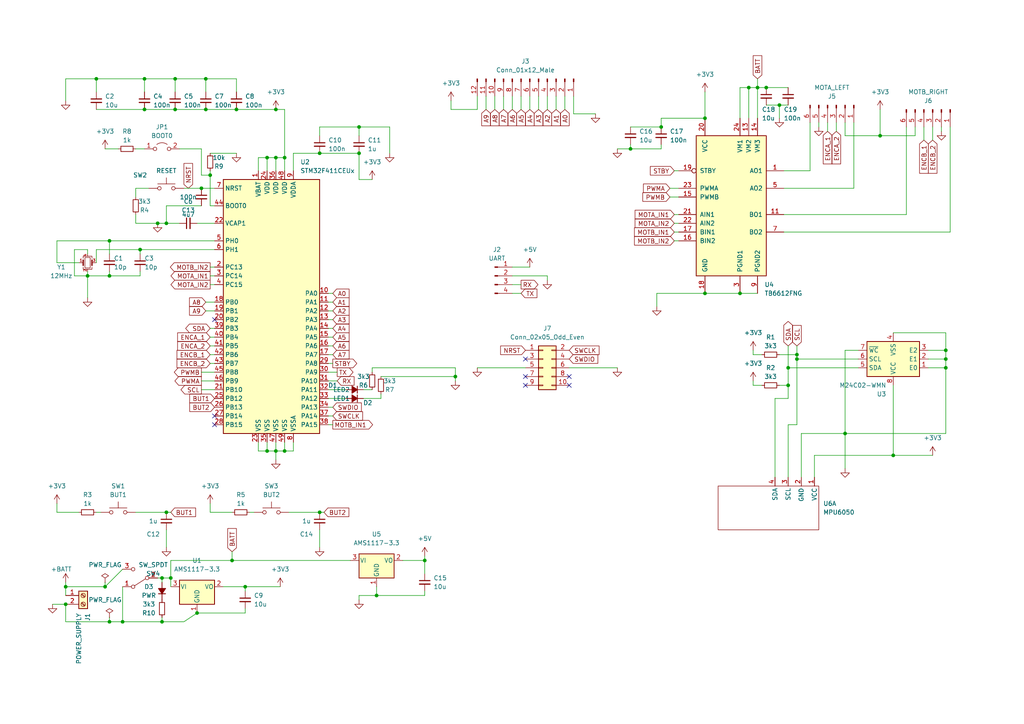
<source format=kicad_sch>
(kicad_sch (version 20211123) (generator eeschema)
  (paper "A4")
  (junction (at 71.12 170.18))
  (junction (at 219.71 25.4))
  (junction (at 49.53 167.64))
  (junction (at 27.94 22.86))
  (junction (at 48.26 64.77))
  (junction (at 104.14 36.83))
  (junction (at 82.55 130.81))
  (junction (at 82.55 45.72))
  (junction (at 59.69 22.86))
  (junction (at 231.14 102.87))
  (junction (at 80.01 130.81))
  (junction (at 92.71 148.59))
  (junction (at 50.8 22.86))
  (junction (at 228.6 111.76))
  (junction (at 274.32 106.68))
  (junction (at 109.22 172.72))
  (junction (at 40.64 72.39))
  (junction (at 204.47 34.29))
  (junction (at 104.14 44.45))
  (junction (at 35.56 180.34))
  (junction (at 191.77 36.83))
  (junction (at 58.42 54.61))
  (junction (at 59.69 31.75))
  (junction (at 77.47 130.81))
  (junction (at 30.48 170.18))
  (junction (at 60.96 50.8))
  (junction (at 48.26 148.59))
  (junction (at 92.71 44.45))
  (junction (at 228.6 106.68))
  (junction (at 67.31 162.56))
  (junction (at 19.05 170.18))
  (junction (at 132.08 109.22))
  (junction (at 31.75 69.85))
  (junction (at 274.32 101.6))
  (junction (at 217.17 25.4))
  (junction (at 182.88 43.18))
  (junction (at 255.27 39.37))
  (junction (at 45.72 64.77))
  (junction (at 77.47 45.72))
  (junction (at 41.91 31.75))
  (junction (at 259.08 132.08))
  (junction (at 274.32 104.14))
  (junction (at 31.75 180.34))
  (junction (at 80.01 45.72))
  (junction (at 226.06 30.48))
  (junction (at 31.75 80.01))
  (junction (at 214.63 85.09))
  (junction (at 50.8 31.75))
  (junction (at 46.99 180.34))
  (junction (at 222.25 25.4))
  (junction (at 68.58 31.75))
  (junction (at 204.47 85.09))
  (junction (at 19.05 175.26))
  (junction (at 231.14 104.14))
  (junction (at 123.19 162.56))
  (junction (at 25.4 80.01))
  (junction (at 57.15 177.8))
  (junction (at 80.01 31.75))
  (junction (at 46.99 167.64))
  (junction (at 41.91 22.86))
  (junction (at 245.11 125.73))
  (no_connect (at 165.1 111.76))
  (no_connect (at 152.4 109.22))
  (no_connect (at 165.1 109.22))
  (no_connect (at 62.23 120.65))
  (no_connect (at 62.23 123.19))
  (no_connect (at 152.4 104.14))
  (no_connect (at 62.23 92.71))
  (no_connect (at 152.4 111.76))
  (wire (pts (xy 140.97 27.94) (xy 140.97 31.75)))
  (wire (pts (xy 31.75 69.85) (xy 62.23 69.85)))
  (wire (pts (xy 41.91 22.86) (xy 41.91 26.67)))
  (wire (pts (xy 228.6 106.68) (xy 228.6 111.76)))
  (wire (pts (xy 100.33 113.03) (xy 95.25 113.03)))
  (wire (pts (xy 30.48 43.18) (xy 34.29 43.18)))
  (wire (pts (xy 53.34 54.61) (xy 58.42 54.61)))
  (wire (pts (xy 218.44 110.49) (xy 218.44 111.76)))
  (wire (pts (xy 21.59 72.39) (xy 25.4 72.39)))
  (wire (pts (xy 132.08 106.68) (xy 107.95 106.68)))
  (wire (pts (xy 60.96 44.45) (xy 68.58 44.45)))
  (wire (pts (xy 219.71 25.4) (xy 222.25 25.4)))
  (wire (pts (xy 68.58 26.67) (xy 68.58 22.86)))
  (wire (pts (xy 191.77 43.18) (xy 191.77 41.91)))
  (wire (pts (xy 68.58 22.86) (xy 59.69 22.86)))
  (wire (pts (xy 217.17 25.4) (xy 219.71 25.4)))
  (wire (pts (xy 60.96 95.25) (xy 62.23 95.25)))
  (wire (pts (xy 40.64 72.39) (xy 40.64 73.66)))
  (wire (pts (xy 67.31 160.02) (xy 67.31 162.56)))
  (wire (pts (xy 83.82 148.59) (xy 92.71 148.59)))
  (wire (pts (xy 195.58 49.53) (xy 196.85 49.53)))
  (wire (pts (xy 77.47 128.27) (xy 77.47 130.81)))
  (wire (pts (xy 27.94 148.59) (xy 29.21 148.59)))
  (wire (pts (xy 138.43 106.68) (xy 152.4 106.68)))
  (wire (pts (xy 58.42 50.8) (xy 60.96 50.8)))
  (wire (pts (xy 151.13 27.94) (xy 151.13 31.75)))
  (wire (pts (xy 25.4 80.01) (xy 25.4 86.36)))
  (wire (pts (xy 255.27 39.37) (xy 265.43 39.37)))
  (wire (pts (xy 85.09 44.45) (xy 85.09 49.53)))
  (wire (pts (xy 82.55 128.27) (xy 82.55 130.81)))
  (wire (pts (xy 16.51 76.2) (xy 16.51 69.85)))
  (wire (pts (xy 95.25 87.63) (xy 96.52 87.63)))
  (wire (pts (xy 77.47 45.72) (xy 77.47 49.53)))
  (wire (pts (xy 259.08 111.76) (xy 259.08 132.08)))
  (wire (pts (xy 195.58 64.77) (xy 196.85 64.77)))
  (wire (pts (xy 107.95 113.03) (xy 105.41 113.03)))
  (wire (pts (xy 218.44 111.76) (xy 220.98 111.76)))
  (wire (pts (xy 31.75 80.01) (xy 40.64 80.01)))
  (wire (pts (xy 59.69 90.17) (xy 62.23 90.17)))
  (wire (pts (xy 60.96 50.8) (xy 60.96 59.69)))
  (wire (pts (xy 267.97 36.83) (xy 267.97 40.64)))
  (wire (pts (xy 148.59 85.09) (xy 151.13 85.09)))
  (wire (pts (xy 95.25 90.17) (xy 96.52 90.17)))
  (wire (pts (xy 58.42 113.03) (xy 62.23 113.03)))
  (wire (pts (xy 245.11 125.73) (xy 245.11 135.89)))
  (wire (pts (xy 57.15 64.77) (xy 62.23 64.77)))
  (wire (pts (xy 274.32 96.52) (xy 259.08 96.52)))
  (wire (pts (xy 217.17 25.4) (xy 214.63 25.4)))
  (wire (pts (xy 109.22 172.72) (xy 123.19 172.72)))
  (wire (pts (xy 242.57 35.56) (xy 242.57 38.1)))
  (wire (pts (xy 228.6 100.33) (xy 228.6 106.68)))
  (wire (pts (xy 247.65 54.61) (xy 247.65 35.56)))
  (wire (pts (xy 74.93 128.27) (xy 74.93 130.81)))
  (wire (pts (xy 130.81 31.75) (xy 138.43 31.75)))
  (wire (pts (xy 25.4 80.01) (xy 31.75 80.01)))
  (wire (pts (xy 53.34 180.34) (xy 57.15 177.8)))
  (wire (pts (xy 16.51 69.85) (xy 31.75 69.85)))
  (wire (pts (xy 68.58 31.75) (xy 80.01 31.75)))
  (wire (pts (xy 35.56 170.18) (xy 35.56 180.34)))
  (wire (pts (xy 41.91 31.75) (xy 50.8 31.75)))
  (wire (pts (xy 130.81 29.21) (xy 130.81 31.75)))
  (wire (pts (xy 27.94 31.75) (xy 41.91 31.75)))
  (wire (pts (xy 222.25 25.4) (xy 228.6 25.4)))
  (wire (pts (xy 95.25 102.87) (xy 96.52 102.87)))
  (wire (pts (xy 27.94 22.86) (xy 27.94 26.67)))
  (wire (pts (xy 95.25 123.19) (xy 96.52 123.19)))
  (wire (pts (xy 39.37 148.59) (xy 48.26 148.59)))
  (wire (pts (xy 50.8 22.86) (xy 41.91 22.86)))
  (wire (pts (xy 228.6 106.68) (xy 248.92 106.68)))
  (wire (pts (xy 232.41 125.73) (xy 245.11 125.73)))
  (wire (pts (xy 236.22 132.08) (xy 259.08 132.08)))
  (wire (pts (xy 35.56 180.34) (xy 46.99 180.34)))
  (wire (pts (xy 71.12 171.45) (xy 71.12 170.18)))
  (wire (pts (xy 218.44 102.87) (xy 220.98 102.87)))
  (wire (pts (xy 50.8 22.86) (xy 50.8 26.67)))
  (wire (pts (xy 138.43 31.75) (xy 138.43 27.94)))
  (wire (pts (xy 48.26 148.59) (xy 49.53 148.59)))
  (wire (pts (xy 60.96 82.55) (xy 62.23 82.55)))
  (wire (pts (xy 72.39 148.59) (xy 73.66 148.59)))
  (wire (pts (xy 274.32 101.6) (xy 274.32 104.14)))
  (wire (pts (xy 195.58 67.31) (xy 196.85 67.31)))
  (wire (pts (xy 46.99 167.64) (xy 46.99 168.91)))
  (wire (pts (xy 74.93 130.81) (xy 77.47 130.81)))
  (wire (pts (xy 60.96 49.53) (xy 60.96 50.8)))
  (wire (pts (xy 22.86 76.2) (xy 16.51 76.2)))
  (wire (pts (xy 109.22 170.18) (xy 109.22 172.72)))
  (wire (pts (xy 224.79 115.57) (xy 228.6 115.57)))
  (wire (pts (xy 80.01 133.35) (xy 80.01 130.81)))
  (wire (pts (xy 27.94 22.86) (xy 19.05 22.86)))
  (wire (pts (xy 43.18 54.61) (xy 39.37 54.61)))
  (wire (pts (xy 19.05 170.18) (xy 19.05 172.72)))
  (wire (pts (xy 204.47 85.09) (xy 214.63 85.09)))
  (wire (pts (xy 143.51 27.94) (xy 143.51 31.75)))
  (wire (pts (xy 226.06 34.29) (xy 226.06 30.48)))
  (wire (pts (xy 40.64 78.74) (xy 40.64 80.01)))
  (wire (pts (xy 245.11 125.73) (xy 274.32 125.73)))
  (wire (pts (xy 245.11 35.56) (xy 245.11 39.37)))
  (wire (pts (xy 166.37 33.02) (xy 166.37 27.94)))
  (wire (pts (xy 95.25 97.79) (xy 96.52 97.79)))
  (wire (pts (xy 231.14 104.14) (xy 231.14 123.19)))
  (wire (pts (xy 104.14 36.83) (xy 104.14 39.37)))
  (wire (pts (xy 132.08 106.68) (xy 132.08 109.22)))
  (wire (pts (xy 165.1 106.68) (xy 179.07 106.68)))
  (wire (pts (xy 60.96 102.87) (xy 62.23 102.87)))
  (wire (pts (xy 82.55 130.81) (xy 85.09 130.81)))
  (wire (pts (xy 95.25 120.65) (xy 96.52 120.65)))
  (wire (pts (xy 153.67 27.94) (xy 153.67 31.75)))
  (wire (pts (xy 31.75 179.07) (xy 31.75 180.34)))
  (wire (pts (xy 52.07 43.18) (xy 58.42 43.18)))
  (wire (pts (xy 74.93 45.72) (xy 74.93 49.53)))
  (wire (pts (xy 274.32 104.14) (xy 274.32 106.68)))
  (wire (pts (xy 80.01 31.75) (xy 82.55 31.75)))
  (wire (pts (xy 123.19 171.45) (xy 123.19 172.72)))
  (wire (pts (xy 194.31 54.61) (xy 196.85 54.61)))
  (wire (pts (xy 27.94 72.39) (xy 27.94 76.2)))
  (wire (pts (xy 82.55 45.72) (xy 82.55 49.53)))
  (wire (pts (xy 195.58 69.85) (xy 196.85 69.85)))
  (wire (pts (xy 274.32 96.52) (xy 274.32 101.6)))
  (wire (pts (xy 182.88 36.83) (xy 191.77 36.83)))
  (wire (pts (xy 226.06 30.48) (xy 228.6 30.48)))
  (wire (pts (xy 60.96 100.33) (xy 62.23 100.33)))
  (wire (pts (xy 191.77 34.29) (xy 204.47 34.29)))
  (wire (pts (xy 214.63 25.4) (xy 214.63 34.29)))
  (wire (pts (xy 194.31 57.15) (xy 196.85 57.15)))
  (wire (pts (xy 148.59 27.94) (xy 148.59 31.75)))
  (wire (pts (xy 46.99 179.07) (xy 46.99 180.34)))
  (wire (pts (xy 148.59 77.47) (xy 153.67 77.47)))
  (wire (pts (xy 60.96 77.47) (xy 62.23 77.47)))
  (wire (pts (xy 58.42 59.69) (xy 48.26 59.69)))
  (wire (pts (xy 245.11 39.37) (xy 255.27 39.37)))
  (wire (pts (xy 269.24 101.6) (xy 274.32 101.6)))
  (wire (pts (xy 60.96 105.41) (xy 62.23 105.41)))
  (wire (pts (xy 146.05 27.94) (xy 146.05 31.75)))
  (wire (pts (xy 97.79 110.49) (xy 95.25 110.49)))
  (wire (pts (xy 21.59 80.01) (xy 21.59 72.39)))
  (wire (pts (xy 85.09 130.81) (xy 85.09 128.27)))
  (wire (pts (xy 19.05 175.26) (xy 19.05 180.34)))
  (wire (pts (xy 25.4 80.01) (xy 21.59 80.01)))
  (wire (pts (xy 232.41 125.73) (xy 232.41 138.43)))
  (wire (pts (xy 15.24 175.26) (xy 19.05 175.26)))
  (wire (pts (xy 71.12 176.53) (xy 71.12 177.8)))
  (wire (pts (xy 275.59 67.31) (xy 275.59 36.83)))
  (wire (pts (xy 60.96 148.59) (xy 67.31 148.59)))
  (wire (pts (xy 148.59 82.55) (xy 151.13 82.55)))
  (wire (pts (xy 60.96 97.79) (xy 62.23 97.79)))
  (wire (pts (xy 92.71 44.45) (xy 104.14 44.45)))
  (wire (pts (xy 16.51 146.05) (xy 16.51 148.59)))
  (wire (pts (xy 274.32 106.68) (xy 274.32 125.73)))
  (wire (pts (xy 240.03 35.56) (xy 240.03 38.1)))
  (wire (pts (xy 95.25 107.95) (xy 97.79 107.95)))
  (wire (pts (xy 236.22 132.08) (xy 236.22 138.43)))
  (wire (pts (xy 228.6 115.57) (xy 228.6 111.76)))
  (wire (pts (xy 92.71 148.59) (xy 93.98 148.59)))
  (wire (pts (xy 123.19 161.29) (xy 123.19 162.56)))
  (wire (pts (xy 80.01 45.72) (xy 77.47 45.72)))
  (wire (pts (xy 25.4 72.39) (xy 25.4 73.66)))
  (wire (pts (xy 58.42 54.61) (xy 62.23 54.61)))
  (wire (pts (xy 19.05 22.86) (xy 19.05 29.21)))
  (wire (pts (xy 67.31 162.56) (xy 49.53 162.56)))
  (wire (pts (xy 49.53 162.56) (xy 49.53 167.64)))
  (wire (pts (xy 46.99 180.34) (xy 53.34 180.34)))
  (wire (pts (xy 49.53 167.64) (xy 49.53 170.18)))
  (wire (pts (xy 123.19 162.56) (xy 123.19 166.37)))
  (wire (pts (xy 228.6 123.19) (xy 231.14 123.19)))
  (wire (pts (xy 92.71 44.45) (xy 85.09 44.45)))
  (wire (pts (xy 107.95 106.68) (xy 107.95 107.95)))
  (wire (pts (xy 262.89 62.23) (xy 262.89 36.83)))
  (wire (pts (xy 156.21 27.94) (xy 156.21 31.75)))
  (wire (pts (xy 234.95 49.53) (xy 234.95 35.56)))
  (wire (pts (xy 30.48 168.91) (xy 30.48 170.18)))
  (wire (pts (xy 218.44 101.6) (xy 218.44 102.87)))
  (wire (pts (xy 50.8 31.75) (xy 59.69 31.75)))
  (wire (pts (xy 45.72 167.64) (xy 46.99 167.64)))
  (wire (pts (xy 80.01 45.72) (xy 80.01 49.53)))
  (wire (pts (xy 67.31 162.56) (xy 101.6 162.56)))
  (wire (pts (xy 27.94 72.39) (xy 40.64 72.39)))
  (wire (pts (xy 204.47 26.67) (xy 204.47 34.29)))
  (wire (pts (xy 80.01 130.81) (xy 82.55 130.81)))
  (wire (pts (xy 132.08 109.22) (xy 132.08 110.49)))
  (wire (pts (xy 224.79 138.43) (xy 224.79 115.57)))
  (wire (pts (xy 60.96 80.01) (xy 62.23 80.01)))
  (wire (pts (xy 31.75 78.74) (xy 31.75 80.01)))
  (wire (pts (xy 82.55 31.75) (xy 82.55 45.72)))
  (wire (pts (xy 95.25 95.25) (xy 96.52 95.25)))
  (wire (pts (xy 179.07 43.18) (xy 182.88 43.18)))
  (wire (pts (xy 104.14 36.83) (xy 92.71 36.83)))
  (wire (pts (xy 219.71 25.4) (xy 219.71 34.29)))
  (wire (pts (xy 100.33 115.57) (xy 95.25 115.57)))
  (wire (pts (xy 231.14 100.33) (xy 231.14 102.87)))
  (wire (pts (xy 227.33 49.53) (xy 234.95 49.53)))
  (wire (pts (xy 82.55 45.72) (xy 80.01 45.72)))
  (wire (pts (xy 58.42 110.49) (xy 62.23 110.49)))
  (wire (pts (xy 104.14 173.99) (xy 104.14 172.72)))
  (wire (pts (xy 191.77 36.83) (xy 191.77 34.29)))
  (wire (pts (xy 231.14 102.87) (xy 231.14 104.14)))
  (wire (pts (xy 59.69 22.86) (xy 50.8 22.86)))
  (wire (pts (xy 269.24 106.68) (xy 274.32 106.68)))
  (wire (pts (xy 39.37 54.61) (xy 39.37 57.15)))
  (wire (pts (xy 19.05 180.34) (xy 31.75 180.34)))
  (wire (pts (xy 31.75 69.85) (xy 31.75 73.66)))
  (wire (pts (xy 104.14 44.45) (xy 104.14 52.07)))
  (wire (pts (xy 77.47 45.72) (xy 74.93 45.72)))
  (wire (pts (xy 227.33 62.23) (xy 262.89 62.23)))
  (wire (pts (xy 92.71 36.83) (xy 92.71 39.37)))
  (wire (pts (xy 77.47 130.81) (xy 80.01 130.81)))
  (wire (pts (xy 58.42 107.95) (xy 62.23 107.95)))
  (wire (pts (xy 259.08 132.08) (xy 270.51 132.08)))
  (wire (pts (xy 237.49 35.56) (xy 237.49 36.83)))
  (wire (pts (xy 219.71 22.86) (xy 219.71 25.4)))
  (wire (pts (xy 269.24 104.14) (xy 274.32 104.14)))
  (wire (pts (xy 163.83 27.94) (xy 163.83 31.75)))
  (wire (pts (xy 265.43 36.83) (xy 265.43 39.37)))
  (wire (pts (xy 231.14 104.14) (xy 248.92 104.14)))
  (wire (pts (xy 245.11 101.6) (xy 245.11 125.73)))
  (wire (pts (xy 31.75 180.34) (xy 35.56 180.34)))
  (wire (pts (xy 57.15 177.8) (xy 71.12 177.8)))
  (wire (pts (xy 19.05 168.91) (xy 19.05 170.18)))
  (wire (pts (xy 92.71 153.67) (xy 92.71 158.75)))
  (wire (pts (xy 273.05 36.83) (xy 273.05 38.1)))
  (wire (pts (xy 81.28 170.18) (xy 71.12 170.18)))
  (wire (pts (xy 113.03 44.45) (xy 113.03 36.83)))
  (wire (pts (xy 228.6 138.43) (xy 228.6 123.19)))
  (wire (pts (xy 60.96 59.69) (xy 62.23 59.69)))
  (wire (pts (xy 226.06 111.76) (xy 228.6 111.76)))
  (wire (pts (xy 226.06 102.87) (xy 231.14 102.87)))
  (wire (pts (xy 226.06 30.48) (xy 222.25 30.48)))
  (wire (pts (xy 39.37 43.18) (xy 41.91 43.18)))
  (wire (pts (xy 190.5 88.9) (xy 190.5 85.09)))
  (wire (pts (xy 104.14 36.83) (xy 113.03 36.83)))
  (wire (pts (xy 95.25 100.33) (xy 96.52 100.33)))
  (wire (pts (xy 48.26 59.69) (xy 48.26 64.77)))
  (wire (pts (xy 172.72 33.02) (xy 166.37 33.02)))
  (wire (pts (xy 39.37 62.23) (xy 39.37 64.77)))
  (wire (pts (xy 195.58 62.23) (xy 196.85 62.23)))
  (wire (pts (xy 182.88 43.18) (xy 191.77 43.18)))
  (wire (pts (xy 227.33 67.31) (xy 275.59 67.31)))
  (wire (pts (xy 59.69 22.86) (xy 59.69 26.67)))
  (wire (pts (xy 245.11 101.6) (xy 248.92 101.6)))
  (wire (pts (xy 45.72 64.77) (xy 48.26 64.77)))
  (wire (pts (xy 64.77 170.18) (xy 71.12 170.18)))
  (wire (pts (xy 132.08 109.22) (xy 110.49 109.22)))
  (wire (pts (xy 270.51 36.83) (xy 270.51 40.64)))
  (wire (pts (xy 19.05 170.18) (xy 30.48 170.18)))
  (wire (pts (xy 110.49 114.3) (xy 110.49 115.57)))
  (wire (pts (xy 95.25 85.09) (xy 96.52 85.09)))
  (wire (pts (xy 255.27 31.75) (xy 255.27 39.37)))
  (wire (pts (xy 30.48 170.18) (xy 35.56 165.1)))
  (wire (pts (xy 95.25 92.71) (xy 96.52 92.71)))
  (wire (pts (xy 95.25 118.11) (xy 96.52 118.11)))
  (wire (pts (xy 48.26 64.77) (xy 52.07 64.77)))
  (wire (pts (xy 95.25 105.41) (xy 96.52 105.41)))
  (wire (pts (xy 107.95 52.07) (xy 104.14 52.07)))
  (wire (pts (xy 214.63 85.09) (xy 219.71 85.09)))
  (wire (pts (xy 59.69 87.63) (xy 62.23 87.63)))
  (wire (pts (xy 148.59 80.01) (xy 158.75 80.01)))
  (wire (pts (xy 110.49 115.57) (xy 105.41 115.57)))
  (wire (pts (xy 161.29 27.94) (xy 161.29 31.75)))
  (wire (pts (xy 59.69 31.75) (xy 68.58 31.75)))
  (wire (pts (xy 104.14 172.72) (xy 109.22 172.72)))
  (wire (pts (xy 46.99 167.64) (xy 49.53 167.64)))
  (wire (pts (xy 158.75 80.01) (xy 158.75 81.28)))
  (wire (pts (xy 227.33 54.61) (xy 247.65 54.61)))
  (wire (pts (xy 41.91 22.86) (xy 27.94 22.86)))
  (wire (pts (xy 116.84 162.56) (xy 123.19 162.56)))
  (wire (pts (xy 190.5 85.09) (xy 204.47 85.09)))
  (wire (pts (xy 16.51 148.59) (xy 22.86 148.59)))
  (wire (pts (xy 39.37 64.77) (xy 45.72 64.77)))
  (wire (pts (xy 25.4 78.74) (xy 25.4 80.01)))
  (wire (pts (xy 217.17 25.4) (xy 217.17 34.29)))
  (wire (pts (xy 48.26 153.67) (xy 48.26 158.75)))
  (wire (pts (xy 80.01 128.27) (xy 80.01 130.81)))
  (wire (pts (xy 158.75 27.94) (xy 158.75 31.75)))
  (wire (pts (xy 60.96 146.05) (xy 60.96 148.59)))
  (wire (pts (xy 40.64 72.39) (xy 62.23 72.39)))
  (wire (pts (xy 182.88 43.18) (xy 182.88 41.91)))
  (wire (pts (xy 58.42 43.18) (xy 58.42 50.8)))
  (global_label "BUT2" (shape input) (at 62.23 118.11 180) (property "Intersheet References" "${INTERSHEET_REFS}" (effects hide)))
  (global_label "A4" (shape input) (at 96.52 95.25 0) (property "Intersheet References" "${INTERSHEET_REFS}" (effects hide)))
  (global_label "ENCA_2" (shape input) (at 60.96 100.33 180) (property "Intersheet References" "${INTERSHEET_REFS}" (effects hide)))
  (global_label "MOTB_IN1" (shape output) (at 96.52 123.19 0) (property "Intersheet References" "${INTERSHEET_REFS}" (effects hide)))
  (global_label "BUT2" (shape input) (at 93.98 148.59 0) (property "Intersheet References" "${INTERSHEET_REFS}" (effects hide)))
  (global_label "ENCB_1" (shape input) (at 60.96 102.87 180) (property "Intersheet References" "${INTERSHEET_REFS}" (effects hide)))
  (global_label "A8" (shape input) (at 143.51 31.75 270) (property "Intersheet References" "${INTERSHEET_REFS}" (effects hide)))
  (global_label "SWDIO" (shape input) (at 165.1 104.14 0) (property "Intersheet References" "${INTERSHEET_REFS}" (effects hide)))
  (global_label "MOTA_IN2" (shape output) (at 60.96 82.55 180) (property "Intersheet References" "${INTERSHEET_REFS}" (effects hide)))
  (global_label "MOTB_IN2" (shape input) (at 195.58 69.85 180) (property "Intersheet References" "${INTERSHEET_REFS}" (effects hide)))
  (global_label "TX" (shape output) (at 97.79 107.95 0) (property "Intersheet References" "${INTERSHEET_REFS}" (effects hide)))
  (global_label "A0" (shape input) (at 163.83 31.75 270) (property "Intersheet References" "${INTERSHEET_REFS}" (effects hide)))
  (global_label "BUT1" (shape input) (at 62.23 115.57 180) (property "Intersheet References" "${INTERSHEET_REFS}" (effects hide)))
  (global_label "A5" (shape input) (at 96.52 97.79 0) (property "Intersheet References" "${INTERSHEET_REFS}" (effects hide)))
  (global_label "SWDIO" (shape input) (at 96.52 118.11 0) (property "Intersheet References" "${INTERSHEET_REFS}" (effects hide)))
  (global_label "RX" (shape input) (at 97.79 110.49 0) (property "Intersheet References" "${INTERSHEET_REFS}" (effects hide)))
  (global_label "A8" (shape input) (at 59.69 87.63 180) (property "Intersheet References" "${INTERSHEET_REFS}" (effects hide)))
  (global_label "PWMB" (shape input) (at 194.31 57.15 180) (property "Intersheet References" "${INTERSHEET_REFS}" (effects hide)))
  (global_label "A4" (shape input) (at 153.67 31.75 270) (property "Intersheet References" "${INTERSHEET_REFS}" (effects hide)))
  (global_label "BUT1" (shape input) (at 49.53 148.59 0) (property "Intersheet References" "${INTERSHEET_REFS}" (effects hide)))
  (global_label "A3" (shape input) (at 156.21 31.75 270) (property "Intersheet References" "${INTERSHEET_REFS}" (effects hide)))
  (global_label "SWCLK" (shape input) (at 165.1 101.6 0) (property "Intersheet References" "${INTERSHEET_REFS}" (effects hide)))
  (global_label "STBY" (shape output) (at 96.52 105.41 0) (property "Intersheet References" "${INTERSHEET_REFS}" (effects hide)))
  (global_label "A0" (shape input) (at 96.52 85.09 0) (property "Intersheet References" "${INTERSHEET_REFS}" (effects hide)))
  (global_label "A5" (shape input) (at 151.13 31.75 270) (property "Intersheet References" "${INTERSHEET_REFS}" (effects hide)))
  (global_label "A9" (shape input) (at 59.69 90.17 180) (property "Intersheet References" "${INTERSHEET_REFS}" (effects hide)))
  (global_label "MOTA_IN2" (shape input) (at 195.58 64.77 180) (property "Intersheet References" "${INTERSHEET_REFS}" (effects hide)))
  (global_label "A1" (shape input) (at 96.52 87.63 0) (property "Intersheet References" "${INTERSHEET_REFS}" (effects hide)))
  (global_label "A7" (shape input) (at 146.05 31.75 270) (property "Intersheet References" "${INTERSHEET_REFS}" (effects hide)))
  (global_label "BATT" (shape input) (at 219.71 22.86 90) (property "Intersheet References" "${INTERSHEET_REFS}" (effects hide)))
  (global_label "A2" (shape input) (at 96.52 90.17 0) (property "Intersheet References" "${INTERSHEET_REFS}" (effects hide)))
  (global_label "RX" (shape output) (at 151.13 82.55 0) (property "Intersheet References" "${INTERSHEET_REFS}" (effects hide)))
  (global_label "MOTB_IN2" (shape output) (at 60.96 77.47 180) (property "Intersheet References" "${INTERSHEET_REFS}" (effects hide)))
  (global_label "NRST" (shape input) (at 152.4 101.6 180) (property "Intersheet References" "${INTERSHEET_REFS}" (effects hide)))
  (global_label "SWCLK" (shape input) (at 96.52 120.65 0) (property "Intersheet References" "${INTERSHEET_REFS}" (effects hide)))
  (global_label "A9" (shape input) (at 140.97 31.75 270) (property "Intersheet References" "${INTERSHEET_REFS}" (effects hide)))
  (global_label "SDA" (shape bidirectional) (at 228.6 100.33 90) (property "Intersheet References" "${INTERSHEET_REFS}" (effects hide)))
  (global_label "STBY" (shape input) (at 195.58 49.53 180) (property "Intersheet References" "${INTERSHEET_REFS}" (effects hide)))
  (global_label "BATT" (shape input) (at 67.31 160.02 90) (property "Intersheet References" "${INTERSHEET_REFS}" (effects hide)))
  (global_label "ENCB_1" (shape input) (at 267.97 40.64 270) (property "Intersheet References" "${INTERSHEET_REFS}" (effects hide)))
  (global_label "A7" (shape input) (at 96.52 102.87 0) (property "Intersheet References" "${INTERSHEET_REFS}" (effects hide)))
  (global_label "PWMA" (shape output) (at 58.42 110.49 180) (property "Intersheet References" "${INTERSHEET_REFS}" (effects hide)))
  (global_label "PWMA" (shape input) (at 194.31 54.61 180) (property "Intersheet References" "${INTERSHEET_REFS}" (effects hide)))
  (global_label "MOTB_IN1" (shape input) (at 195.58 67.31 180) (property "Intersheet References" "${INTERSHEET_REFS}" (effects hide)))
  (global_label "ENCA_2" (shape input) (at 242.57 38.1 270) (property "Intersheet References" "${INTERSHEET_REFS}" (effects hide)))
  (global_label "A6" (shape input) (at 148.59 31.75 270) (property "Intersheet References" "${INTERSHEET_REFS}" (effects hide)))
  (global_label "SDA" (shape bidirectional) (at 60.96 95.25 180) (property "Intersheet References" "${INTERSHEET_REFS}" (effects hide)))
  (global_label "ENCB_2" (shape input) (at 60.96 105.41 180) (property "Intersheet References" "${INTERSHEET_REFS}" (effects hide)))
  (global_label "SCL" (shape input) (at 231.14 100.33 90) (property "Intersheet References" "${INTERSHEET_REFS}" (effects hide)))
  (global_label "NRST" (shape input) (at 54.61 54.61 90) (property "Intersheet References" "${INTERSHEET_REFS}" (effects hide)))
  (global_label "PWMB" (shape output) (at 58.42 107.95 180) (property "Intersheet References" "${INTERSHEET_REFS}" (effects hide)))
  (global_label "ENCA_1" (shape input) (at 60.96 97.79 180) (property "Intersheet References" "${INTERSHEET_REFS}" (effects hide)))
  (global_label "A2" (shape input) (at 158.75 31.75 270) (property "Intersheet References" "${INTERSHEET_REFS}" (effects hide)))
  (global_label "MOTA_IN1" (shape output) (at 60.96 80.01 180) (property "Intersheet References" "${INTERSHEET_REFS}" (effects hide)))
  (global_label "ENCB_2" (shape input) (at 270.51 40.64 270) (property "Intersheet References" "${INTERSHEET_REFS}" (effects hide)))
  (global_label "SCL" (shape output) (at 58.42 113.03 180) (property "Intersheet References" "${INTERSHEET_REFS}" (effects hide)))
  (global_label "A6" (shape input) (at 96.52 100.33 0) (property "Intersheet References" "${INTERSHEET_REFS}" (effects hide)))
  (global_label "MOTA_IN1" (shape input) (at 195.58 62.23 180) (property "Intersheet References" "${INTERSHEET_REFS}" (effects hide)))
  (global_label "TX" (shape input) (at 151.13 85.09 0) (property "Intersheet References" "${INTERSHEET_REFS}" (effects hide)))
  (global_label "A1" (shape input) (at 161.29 31.75 270) (property "Intersheet References" "${INTERSHEET_REFS}" (effects hide)))
  (global_label "ENCA_1" (shape input) (at 240.03 38.1 270) (property "Intersheet References" "${INTERSHEET_REFS}" (effects hide)))
  (global_label "A3" (shape input) (at 96.52 92.71 0) (property "Intersheet References" "${INTERSHEET_REFS}" (effects hide)))
  (symbol (lib_id "power:+3V3") (at 80.01 31.75 0) (unit 1)
    (property "Reference" "#PWR0115" (effects hide))
    (property "Value" "+3V3" (at 80.01 26.67 0))
  )
  (symbol (lib_id "power:PWR_FLAG") (at 30.48 168.91 0) (unit 1)
    (property "Reference" "#FLG0102" (effects hide))
    (property "Value" "PWR_FLAG" (at 30.48 163.83 0))
  )
  (symbol (lib_id "Connector:Conn_01x06_Male") (at 242.57 30.48 270) (unit 1)
    (property "Reference" "J5" (at 241.3 27.94 90))
    (property "Value" "MOTA_LEFT" (at 241.3 25.4 90))
    (property "Footprint" "Connector_PinSocket_2.54mm:PinSocket_1x06_P2.54mm_Vertical" (effects hide))
  )
  (symbol (lib_id "power:GND") (at 80.01 133.35 0) (unit 1)
    (property "Reference" "#PWR0113" (effects hide))
    (property "Value" "GND" (effects hide))
  )
  (symbol (lib_id "Device:C_Small") (at 191.77 39.37 0) (mirror y) (unit 1)
    (property "Reference" "C17" (at 194.31 38.1062 0) (effects (justify right)))
    (property "Value" "100n" (at 194.31 40.6462 0) (effects (justify right)))
    (property "Footprint" "Capacitor_SMD:C_0603_1608Metric_Pad1.08x0.95mm_HandSolder" (effects hide))
  )
  (symbol (lib_id "MY_ACC:MPU6050") (at 238.76 148.59 270) (unit 1)
    (property "Reference" "U6" (at 238.76 146.0499 90) (effects (justify left)))
    (property "Value" "MPU6050" (at 238.76 148.5899 90) (effects (justify left)))
    (property "Footprint" "MPU6050:MPU6050THT" (effects hide))
  )
  (symbol (lib_id "power:+3V3") (at 130.81 29.21 0) (unit 1)
    (property "Reference" "#PWR0108" (effects hide))
    (property "Value" "+3V3" (at 130.81 24.13 0))
  )
  (symbol (lib_id "Switch:SW_SPDT") (at 40.64 167.64 180) (unit 1)
    (property "Reference" "SW4" (at 44.45 166.37 0))
    (property "Value" "SW_SPDT" (at 44.45 163.83 0))
    (property "Footprint" "MY_SWITCH:SS22T20" (effects hide))
  )
  (symbol (lib_id "Device:D_Small_Filled") (at 102.87 113.03 180) (unit 1)
    (property "Reference" "D1" (at 96.52 111.76 0))
    (property "Value" "LED2" (at 99.06 113.03 0))
    (property "Footprint" "LED_SMD:LED_0805_2012Metric_Pad1.15x1.40mm_HandSolder" (effects hide))
  )
  (symbol (lib_id "power:GND") (at 190.5 88.9 0) (unit 1)
    (property "Reference" "#PWR015" (effects hide))
    (property "Value" "GND" (effects hide))
  )
  (symbol (lib_id "Device:C_Small") (at 27.94 29.21 0) (mirror y) (unit 1)
    (property "Reference" "C2" (at 30.48 27.9462 0) (effects (justify right)))
    (property "Value" "10u" (at 30.48 30.4862 0) (effects (justify right)))
    (property "Footprint" "Capacitor_SMD:C_0805_2012Metric_Pad1.18x1.45mm_HandSolder" (effects hide))
  )
  (symbol (lib_id "Device:C_Small") (at 92.71 41.91 0) (mirror y) (unit 1)
    (property "Reference" "C10" (at 95.25 40.6462 0) (effects (justify right)))
    (property "Value" "100n" (at 95.25 43.1862 0) (effects (justify right)))
    (property "Footprint" "Capacitor_SMD:C_0603_1608Metric_Pad1.08x0.95mm_HandSolder" (effects hide))
  )
  (symbol (lib_id "power:+3V3") (at 107.95 52.07 0) (unit 1)
    (property "Reference" "#PWR0116" (effects hide))
    (property "Value" "+3V3" (at 107.95 46.99 0))
  )
  (symbol (lib_id "Regulator_Linear:AMS1117-3.3") (at 109.22 162.56 0) (unit 1)
    (property "Reference" "U5" (at 109.22 154.94 0))
    (property "Value" "AMS1117-3.3" (at 109.22 157.48 0))
    (property "Footprint" "Package_TO_SOT_SMD:SOT-223-3_TabPin2" (effects hide))
    (property "Datasheet" "http://www.advanced-monolithic.com/pdf/ds1117.pdf" (effects hide))
  )
  (symbol (lib_id "Device:C_Small") (at 222.25 27.94 0) (mirror y) (unit 1)
    (property "Reference" "C18" (at 220.98 31.75 0) (effects (justify right)))
    (property "Value" "10u" (at 220.98 34.29 0) (effects (justify right)))
    (property "Footprint" "Capacitor_SMD:C_0805_2012Metric_Pad1.18x1.45mm_HandSolder" (effects hide))
  )
  (symbol (lib_id "Device:R_Small") (at 39.37 59.69 0) (unit 1)
    (property "Reference" "R4" (at 41.91 60.96 0))
    (property "Value" "3k3" (at 41.91 58.42 0))
    (property "Footprint" "Resistor_SMD:R_0805_2012Metric_Pad1.20x1.40mm_HandSolder" (effects hide))
  )
  (symbol (lib_id "power:+5V") (at 123.19 161.29 0) (unit 1)
    (property "Reference" "#PWR08" (effects hide))
    (property "Value" "+5V" (at 123.19 156.21 0))
  )
  (symbol (lib_id "power:GND") (at 45.72 64.77 0) (unit 1)
    (property "Reference" "#PWR0110" (effects hide))
    (property "Value" "GND" (effects hide))
  )
  (symbol (lib_id "power:+3V3") (at 270.51 132.08 0) (unit 1)
    (property "Reference" "#PWR0104" (effects hide))
    (property "Value" "+3V3" (at 270.51 127 0))
  )
  (symbol (lib_id "MCU_ST_STM32F4:STM32F411CEUx") (at 80.01 87.63 0) (unit 1)
    (property "Reference" "U2" (at 87.1094 46.99 0) (effects (justify left)))
    (property "Value" "STM32F411CEUx" (at 87.1094 49.53 0) (effects (justify left)))
    (property "Footprint" "Package_DFN_QFN:QFN-48-1EP_7x7mm_P0.5mm_EP5.6x5.6mm" (effects hide))
    (property "Datasheet" "http://www.st.com/st-web-ui/static/active/en/resource/technical/document/datasheet/DM00115249.pdf" (effects hide))
    (property "LCSC" "C60420" (effects hide))
  )
  (symbol (lib_id "Device:Crystal_GND24_Small") (at 25.4 76.2 0) (unit 1)
    (property "Reference" "Y1" (at 17.78 77.47 0))
    (property "Value" "12MHz" (at 17.78 80.01 0))
    (property "Footprint" "Crystal:Crystal_SMD_3225-4Pin_3.2x2.5mm_HandSoldering" (effects hide))
  )
  (symbol (lib_id "power:+3V3") (at 60.96 146.05 0) (unit 1)
    (property "Reference" "#PWR03" (effects hide))
    (property "Value" "+3V3" (at 60.96 140.97 0))
  )
  (symbol (lib_id "power:+3V3") (at 218.44 110.49 0) (unit 1)
    (property "Reference" "#PWR0106" (effects hide))
    (property "Value" "+3V3" (at 218.44 105.41 0))
  )
  (symbol (lib_id "power:GND") (at 179.07 43.18 0) (unit 1)
    (property "Reference" "#PWR014" (effects hide))
    (property "Value" "GND" (effects hide))
  )
  (symbol (lib_id "power:+3V3") (at 218.44 101.6 0) (unit 1)
    (property "Reference" "#PWR0107" (effects hide))
    (property "Value" "+3V3" (at 218.44 96.52 0))
  )
  (symbol (lib_id "Device:R_Small") (at 46.99 176.53 0) (unit 1)
    (property "Reference" "R10" (at 43.18 177.8 0))
    (property "Value" "3k3" (at 43.18 175.26 0))
    (property "Footprint" "Resistor_SMD:R_0805_2012Metric_Pad1.20x1.40mm_HandSolder" (effects hide))
  )
  (symbol (lib_id "Device:R_Small") (at 60.96 46.99 0) (unit 1)
    (property "Reference" "R9" (at 63.5 48.26 0))
    (property "Value" "10k" (at 63.5 45.72 0))
    (property "Footprint" "Resistor_SMD:R_0805_2012Metric_Pad1.20x1.40mm_HandSolder" (effects hide))
  )
  (symbol (lib_id "Device:C_Small") (at 59.69 29.21 0) (mirror y) (unit 1)
    (property "Reference" "C7" (at 62.23 27.9462 0) (effects (justify right)))
    (property "Value" "100n" (at 62.23 30.4862 0) (effects (justify right)))
    (property "Footprint" "Capacitor_SMD:C_0603_1608Metric_Pad1.08x0.95mm_HandSolder" (effects hide))
  )
  (symbol (lib_id "Device:C_Small") (at 92.71 151.13 0) (mirror y) (unit 1)
    (property "Reference" "C14" (at 88.9 154.94 0))
    (property "Value" "1u" (at 88.9 151.13 0))
    (property "Footprint" "Capacitor_SMD:C_0603_1608Metric_Pad1.08x0.95mm_HandSolder" (effects hide))
  )
  (symbol (lib_id "power:+3V3") (at 204.47 26.67 0) (unit 1)
    (property "Reference" "#PWR016" (effects hide))
    (property "Value" "+3V3" (at 204.47 21.59 0))
  )
  (symbol (lib_id "Device:C_Small") (at 54.61 64.77 90) (mirror x) (unit 1)
    (property "Reference" "C6" (at 54.61 58.42 90))
    (property "Value" "4u7" (at 54.61 62.23 90))
    (property "Footprint" "Capacitor_SMD:C_0603_1608Metric_Pad1.08x0.95mm_HandSolder" (effects hide))
  )
  (symbol (lib_id "Device:C_Small") (at 31.75 76.2 0) (mirror y) (unit 1)
    (property "Reference" "C1" (at 33.02 74.93 0) (effects (justify right)))
    (property "Value" "10p" (at 33.02 77.47 0) (effects (justify right)))
    (property "Footprint" "Capacitor_SMD:C_0603_1608Metric_Pad1.08x0.95mm_HandSolder" (effects hide))
  )
  (symbol (lib_id "Connector:Conn_01x04_Male") (at 143.51 80.01 0) (unit 1)
    (property "Reference" "J2" (at 144.145 72.39 0))
    (property "Value" "UART" (at 144.145 74.93 0))
    (property "Footprint" "Connector_PinSocket_2.54mm:PinSocket_1x04_P2.54mm_Vertical" (effects hide))
  )
  (symbol (lib_id "Switch:SW_Push") (at 48.26 54.61 0) (unit 1)
    (property "Reference" "SW2" (at 40.64 50.8 0))
    (property "Value" "RESET" (at 48.26 49.53 0))
    (property "Footprint" "Button_Switch_THT:SW_PUSH_6mm" (effects hide))
  )
  (symbol (lib_id "power:PWR_FLAG") (at 31.75 179.07 0) (unit 1)
    (property "Reference" "#FLG0101" (effects hide))
    (property "Value" "PWR_FLAG" (at 30.48 173.99 0))
  )
  (symbol (lib_id "Connector:Conn_01x12_Male") (at 153.67 22.86 270) (unit 1)
    (property "Reference" "J3" (at 152.4 17.78 90))
    (property "Value" "Conn_01x12_Male" (at 152.4 20.32 90))
    (property "Footprint" "Connector_FFC-FPC:Hirose_FH12-12S-0.5SH_1x12-1MP_P0.50mm_Horizontal" (effects hide))
  )
  (symbol (lib_id "Device:D_Small_Filled") (at 46.99 171.45 90) (unit 1)
    (property "Reference" "D3" (at 43.18 170.18 90))
    (property "Value" "PWR" (at 43.18 172.72 90))
    (property "Footprint" "LED_SMD:LED_0805_2012Metric_Pad1.15x1.40mm_HandSolder" (effects hide))
  )
  (symbol (lib_id "Device:C_Small") (at 41.91 29.21 0) (mirror y) (unit 1)
    (property "Reference" "C4" (at 44.45 27.9462 0) (effects (justify right)))
    (property "Value" "100n" (at 44.45 30.4862 0) (effects (justify right)))
    (property "Footprint" "Capacitor_SMD:C_0603_1608Metric_Pad1.08x0.95mm_HandSolder" (effects hide))
  )
  (symbol (lib_id "power:+3V3") (at 30.48 43.18 0) (unit 1)
    (property "Reference" "#PWR0118" (effects hide))
    (property "Value" "+3V3" (at 30.48 38.1 0))
  )
  (symbol (lib_id "power:GND") (at 104.14 173.99 0) (unit 1)
    (property "Reference" "#PWR07" (effects hide))
    (property "Value" "GND" (effects hide))
  )
  (symbol (lib_id "Device:R_Small") (at 36.83 43.18 90) (unit 1)
    (property "Reference" "R8" (at 36.83 38.1 90))
    (property "Value" "1k" (at 36.83 40.64 90))
    (property "Footprint" "Resistor_SMD:R_0805_2012Metric_Pad1.20x1.40mm_HandSolder" (effects hide))
  )
  (symbol (lib_id "Memory_EEPROM:M24C02-WMN") (at 259.08 104.14 180) (unit 1)
    (property "Reference" "U3" (at 257.0606 114.3 0) (effects (justify left)))
    (property "Value" "M24C02-WMN" (at 257.0606 111.76 0) (effects (justify left)))
    (property "Footprint" "Package_SO:SOIC-8_3.9x4.9mm_P1.27mm" (effects hide))
    (property "Datasheet" "http://www.st.com/content/ccc/resource/technical/document/datasheet/b0/d8/50/40/5a/85/49/6f/DM00071904.pdf/files/DM00071904.pdf/jcr:content/translations/en.DM00071904.pdf" (effects hide))
  )
  (symbol (lib_id "Device:C_Small") (at 123.19 168.91 0) (mirror y) (unit 1)
    (property "Reference" "C15" (at 125.73 167.6462 0) (effects (justify right)))
    (property "Value" "10u" (at 125.73 170.1862 0) (effects (justify right)))
    (property "Footprint" "Capacitor_SMD:C_0805_2012Metric_Pad1.18x1.45mm_HandSolder" (effects hide))
  )
  (symbol (lib_id "power:GND") (at 92.71 158.75 0) (unit 1)
    (property "Reference" "#PWR06" (effects hide))
    (property "Value" "GND" (effects hide))
  )
  (symbol (lib_id "power:+5V") (at 153.67 77.47 0) (unit 1)
    (property "Reference" "#PWR010" (effects hide))
    (property "Value" "+5V" (at 153.67 72.39 0))
  )
  (symbol (lib_id "power:+BATT") (at 19.05 168.91 0) (unit 1)
    (property "Reference" "#PWR0103" (effects hide))
    (property "Value" "+BATT" (at 17.78 165.1 0))
  )
  (symbol (lib_id "Connector_Generic:Conn_02x05_Odd_Even") (at 157.48 106.68 0) (unit 1)
    (property "Reference" "J7" (at 158.75 95.25 0))
    (property "Value" "Conn_02x05_Odd_Even" (at 158.75 97.79 0))
    (property "Footprint" "Connector_IDC:IDC-Header_2x05_P2.54mm_Vertical" (effects hide))
  )
  (symbol (lib_id "power:GND") (at 179.07 106.68 0) (unit 1)
    (property "Reference" "#PWR0119" (effects hide))
    (property "Value" "GND" (effects hide))
  )
  (symbol (lib_id "Regulator_Linear:AMS1117-3.3") (at 57.15 170.18 0) (unit 1)
    (property "Reference" "U1" (at 57.15 162.56 0))
    (property "Value" "AMS1117-3.3" (at 57.15 165.1 0))
    (property "Footprint" "Package_TO_SOT_SMD:SOT-223-3_TabPin2" (effects hide))
    (property "Datasheet" "http://www.advanced-monolithic.com/pdf/ds1117.pdf" (effects hide))
  )
  (symbol (lib_id "Switch:SW_Push") (at 34.29 148.59 0) (unit 1)
    (property "Reference" "SW1" (at 34.29 140.97 0))
    (property "Value" "BUT1" (at 34.29 143.51 0))
    (property "Footprint" "Button_Switch_THT:SW_PUSH_6mm" (effects hide))
  )
  (symbol (lib_id "power:GND") (at 172.72 33.02 0) (unit 1)
    (property "Reference" "#PWR0109" (effects hide))
    (property "Value" "GND" (effects hide))
  )
  (symbol (lib_id "Device:R_Small") (at 223.52 111.76 90) (unit 1)
    (property "Reference" "R2" (at 223.52 106.68 90))
    (property "Value" "3k3" (at 223.52 109.22 90))
    (property "Footprint" "Resistor_SMD:R_0805_2012Metric_Pad1.20x1.40mm_HandSolder" (effects hide))
  )
  (symbol (lib_id "Device:C_Small") (at 58.42 57.15 0) (mirror y) (unit 1)
    (property "Reference" "C13" (at 54.61 60.96 0))
    (property "Value" "100n" (at 54.61 57.15 0))
    (property "Footprint" "Capacitor_SMD:C_0603_1608Metric_Pad1.08x0.95mm_HandSolder" (effects hide))
  )
  (symbol (lib_id "power:GND") (at 273.05 38.1 0) (unit 1)
    (property "Reference" "#PWR021" (effects hide))
    (property "Value" "GND" (effects hide))
  )
  (symbol (lib_id "Device:R_Small") (at 107.95 110.49 0) (unit 1)
    (property "Reference" "R6" (at 105.41 111.76 0))
    (property "Value" "3k3" (at 105.41 109.22 0))
    (property "Footprint" "Resistor_SMD:R_0805_2012Metric_Pad1.20x1.40mm_HandSolder" (effects hide))
  )
  (symbol (lib_id "power:GND") (at 68.58 44.45 0) (unit 1)
    (property "Reference" "#PWR0117" (effects hide))
    (property "Value" "GND" (effects hide))
  )
  (symbol (lib_id "Device:C_Small") (at 50.8 29.21 0) (mirror y) (unit 1)
    (property "Reference" "C5" (at 53.34 27.9462 0) (effects (justify right)))
    (property "Value" "100n" (at 53.34 30.4862 0) (effects (justify right)))
    (property "Footprint" "Capacitor_SMD:C_0603_1608Metric_Pad1.08x0.95mm_HandSolder" (effects hide))
  )
  (symbol (lib_id "Device:C_Small") (at 104.14 41.91 0) (mirror y) (unit 1)
    (property "Reference" "C11" (at 106.68 40.6462 0) (effects (justify right)))
    (property "Value" "1u" (at 106.68 43.1862 0) (effects (justify right)))
    (property "Footprint" "Capacitor_SMD:C_0603_1608Metric_Pad1.08x0.95mm_HandSolder" (effects hide))
  )
  (symbol (lib_id "Device:C_Small") (at 68.58 29.21 0) (mirror y) (unit 1)
    (property "Reference" "C8" (at 71.12 27.9462 0) (effects (justify right)))
    (property "Value" "100n" (at 71.12 30.4862 0) (effects (justify right)))
    (property "Footprint" "Capacitor_SMD:C_0603_1608Metric_Pad1.08x0.95mm_HandSolder" (effects hide))
  )
  (symbol (lib_id "Connector:Screw_Terminal_01x02") (at 24.13 172.72 0) (unit 1)
    (property "Reference" "J1" (at 25.4001 177.8 90) (effects (justify right)))
    (property "Value" "POWER_SUPPLY" (at 22.8601 177.8 90) (effects (justify right)))
    (property "Footprint" "TerminalBlock_4Ucon:TerminalBlock_4Ucon_1x02_P3.50mm_Horizontal" (effects hide))
  )
  (symbol (lib_id "power:GND") (at 15.24 175.26 0) (unit 1)
    (property "Reference" "#PWR0102" (effects hide))
    (property "Value" "GND" (effects hide))
  )
  (symbol (lib_id "Device:C_Small") (at 40.64 76.2 0) (mirror y) (unit 1)
    (property "Reference" "C3" (at 41.91 74.93 0) (effects (justify right)))
    (property "Value" "10p" (at 41.91 77.47 0) (effects (justify right)))
    (property "Footprint" "Capacitor_SMD:C_0603_1608Metric_Pad1.08x0.95mm_HandSolder" (effects hide))
  )
  (symbol (lib_id "Device:C_Small") (at 71.12 173.99 0) (mirror y) (unit 1)
    (property "Reference" "C9" (at 73.66 172.7262 0) (effects (justify right)))
    (property "Value" "10u" (at 73.66 175.2662 0) (effects (justify right)))
    (property "Footprint" "Capacitor_SMD:C_0805_2012Metric_Pad1.18x1.45mm_HandSolder" (effects hide))
  )
  (symbol (lib_id "power:+3V3") (at 16.51 146.05 0) (unit 1)
    (property "Reference" "#PWR01" (effects hide))
    (property "Value" "+3V3" (at 16.51 140.97 0))
  )
  (symbol (lib_id "Jumper:Jumper_2_Open") (at 46.99 43.18 0) (unit 1)
    (property "Reference" "JP1" (at 46.99 36.83 0))
    (property "Value" "BOOT0" (at 46.99 39.37 0))
    (property "Footprint" "Connector_PinSocket_2.54mm:PinSocket_1x02_P2.54mm_Vertical" (effects hide))
  )
  (symbol (lib_id "power:GND") (at 245.11 135.89 0) (unit 1)
    (property "Reference" "#PWR0105" (effects hide))
    (property "Value" "GND" (effects hide))
  )
  (symbol (lib_id "Device:R_Small") (at 110.49 111.76 0) (unit 1)
    (property "Reference" "R7" (at 113.03 113.03 0))
    (property "Value" "3k3" (at 113.03 110.49 0))
    (property "Footprint" "Resistor_SMD:R_0805_2012Metric_Pad1.20x1.40mm_HandSolder" (effects hide))
  )
  (symbol (lib_id "power:GND") (at 237.49 36.83 0) (unit 1)
    (property "Reference" "#PWR019" (effects hide))
    (property "Value" "GND" (effects hide))
  )
  (symbol (lib_id "Connector:Conn_01x06_Male") (at 270.51 31.75 270) (unit 1)
    (property "Reference" "J6" (at 269.24 29.21 90))
    (property "Value" "MOTB_RIGHT" (at 269.24 26.67 90))
    (property "Footprint" "Connector_PinSocket_2.54mm:PinSocket_1x06_P2.54mm_Vertical" (effects hide))
  )
  (symbol (lib_id "Switch:SW_Push") (at 78.74 148.59 0) (unit 1)
    (property "Reference" "SW3" (at 78.74 140.97 0))
    (property "Value" "BUT2" (at 78.74 143.51 0))
    (property "Footprint" "Button_Switch_THT:SW_PUSH_6mm" (effects hide))
  )
  (symbol (lib_id "Device:R_Small") (at 69.85 148.59 90) (unit 1)
    (property "Reference" "R5" (at 69.85 143.51 90))
    (property "Value" "1k" (at 69.85 146.05 90))
    (property "Footprint" "Resistor_SMD:R_0805_2012Metric_Pad1.20x1.40mm_HandSolder" (effects hide))
  )
  (symbol (lib_id "power:+3V3") (at 255.27 31.75 0) (unit 1)
    (property "Reference" "#PWR020" (effects hide))
    (property "Value" "+3V3" (at 255.27 26.67 0))
  )
  (symbol (lib_id "power:GND") (at 158.75 81.28 0) (unit 1)
    (property "Reference" "#PWR011" (effects hide))
    (property "Value" "GND" (effects hide))
  )
  (symbol (lib_id "Device:C_Small") (at 228.6 27.94 0) (mirror y) (unit 1)
    (property "Reference" "C19" (at 227.33 31.75 0) (effects (justify right)))
    (property "Value" "100n" (at 227.33 34.29 0) (effects (justify right)))
    (property "Footprint" "Capacitor_SMD:C_0603_1608Metric_Pad1.08x0.95mm_HandSolder" (effects hide))
  )
  (symbol (lib_id "power:GND") (at 25.4 86.36 0) (unit 1)
    (property "Reference" "#PWR0111" (effects hide))
    (property "Value" "GND" (effects hide))
  )
  (symbol (lib_id "power:GND") (at 138.43 106.68 0) (unit 1)
    (property "Reference" "#PWR0121" (effects hide))
    (property "Value" "GND" (effects hide))
  )
  (symbol (lib_id "Device:R_Small") (at 25.4 148.59 90) (unit 1)
    (property "Reference" "R3" (at 25.4 143.51 90))
    (property "Value" "1k" (at 25.4 146.05 90))
    (property "Footprint" "Resistor_SMD:R_0805_2012Metric_Pad1.20x1.40mm_HandSolder" (effects hide))
  )
  (symbol (lib_id "power:+3V3") (at 81.28 170.18 0) (unit 1)
    (property "Reference" "#PWR0101" (effects hide))
    (property "Value" "+3V3" (at 81.28 165.1 0))
  )
  (symbol (lib_id "Device:C_Small") (at 48.26 151.13 0) (mirror y) (unit 1)
    (property "Reference" "C12" (at 44.45 154.94 0))
    (property "Value" "1u" (at 44.45 151.13 0))
    (property "Footprint" "Capacitor_SMD:C_0603_1608Metric_Pad1.08x0.95mm_HandSolder" (effects hide))
  )
  (symbol (lib_id "Device:R_Small") (at 223.52 102.87 90) (unit 1)
    (property "Reference" "R1" (at 223.52 97.79 90))
    (property "Value" "3k3" (at 223.52 100.33 90))
    (property "Footprint" "Resistor_SMD:R_0805_2012Metric_Pad1.20x1.40mm_HandSolder" (effects hide))
  )
  (symbol (lib_id "Device:C_Small") (at 182.88 39.37 0) (mirror y) (unit 1)
    (property "Reference" "C16" (at 185.42 38.1062 0) (effects (justify right)))
    (property "Value" "10u" (at 185.42 40.6462 0) (effects (justify right)))
    (property "Footprint" "Capacitor_SMD:C_0805_2012Metric_Pad1.18x1.45mm_HandSolder" (effects hide))
  )
  (symbol (lib_id "power:GND") (at 113.03 44.45 0) (unit 1)
    (property "Reference" "#PWR0114" (effects hide))
    (property "Value" "GND" (effects hide))
  )
  (symbol (lib_id "Driver_Motor:TB6612FNG") (at 212.09 59.69 0) (unit 1)
    (property "Reference" "U4" (at 221.7294 82.55 0) (effects (justify left)))
    (property "Value" "TB6612FNG" (at 221.7294 85.09 0) (effects (justify left)))
    (property "Footprint" "Package_SO:SSOP-24_5.3x8.2mm_P0.65mm" (effects hide))
    (property "Datasheet" "https://toshiba.semicon-storage.com/us/product/linear/motordriver/detail.TB6612FNG.html" (effects hide))
    (property "LCSC" "C88224" (effects hide))
  )
  (symbol (lib_id "power:GND") (at 226.06 34.29 0) (unit 1)
    (property "Reference" "#PWR018" (effects hide))
    (property "Value" "GND" (effects hide))
  )
  (symbol (lib_id "Device:D_Small_Filled") (at 102.87 115.57 180) (unit 1)
    (property "Reference" "D2" (at 106.68 116.84 0))
    (property "Value" "LED1" (at 99.06 115.57 0))
    (property "Footprint" "LED_SMD:LED_0805_2012Metric_Pad1.15x1.40mm_HandSolder" (effects hide))
  )
  (symbol (lib_id "power:GND") (at 19.05 29.21 0) (unit 1)
    (property "Reference" "#PWR0112" (effects hide))
    (property "Value" "GND" (effects hide))
  )
  (symbol (lib_id "power:GND") (at 132.08 110.49 0) (unit 1)
    (property "Reference" "#PWR09" (effects hide))
    (property "Value" "GND" (effects hide))
  )
  (symbol (lib_id "power:GND") (at 48.26 158.75 0) (unit 1)
    (property "Reference" "#PWR02" (effects hide))
    (property "Value" "GND" (effects hide))
  )
)
</source>
